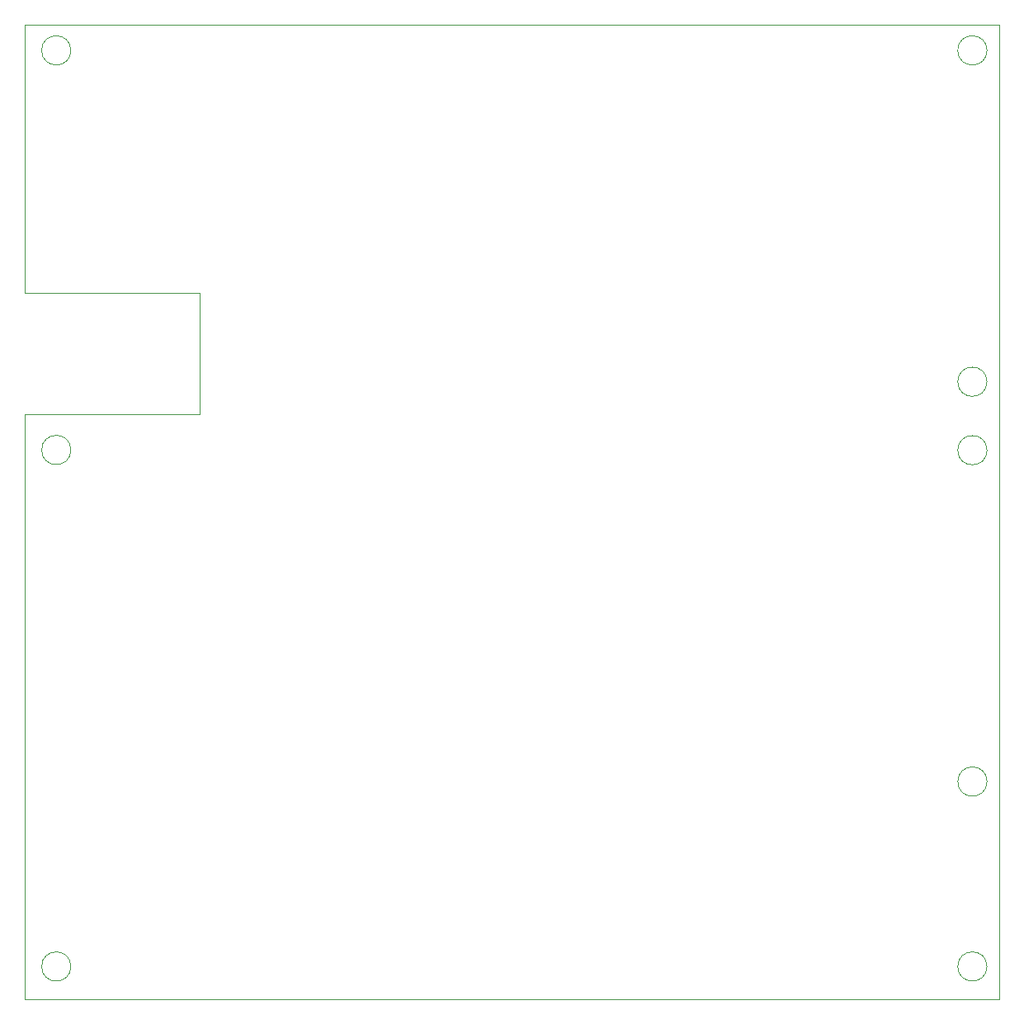
<source format=gbr>
G04 #@! TF.GenerationSoftware,KiCad,Pcbnew,5.1.5-52549c5~84~ubuntu18.04.1*
G04 #@! TF.CreationDate,2020-03-20T10:09:58+00:00*
G04 #@! TF.ProjectId,digiWave,64696769-5761-4766-952e-6b696361645f,rev?*
G04 #@! TF.SameCoordinates,Original*
G04 #@! TF.FileFunction,Profile,NP*
%FSLAX46Y46*%
G04 Gerber Fmt 4.6, Leading zero omitted, Abs format (unit mm)*
G04 Created by KiCad (PCBNEW 5.1.5-52549c5~84~ubuntu18.04.1) date 2020-03-20 10:09:58*
%MOMM*%
%LPD*%
G04 APERTURE LIST*
%ADD10C,0.050000*%
G04 APERTURE END LIST*
D10*
X214500000Y-151000000D02*
X214500000Y-51000000D01*
X114500000Y-151000000D02*
X214500000Y-151000000D01*
X114500000Y-91000000D02*
X114500000Y-151000000D01*
X132500000Y-91000000D02*
X114500000Y-91000000D01*
X132500000Y-78500000D02*
X132500000Y-91000000D01*
X114500000Y-78500000D02*
X132500000Y-78500000D01*
X114500000Y-51000000D02*
X114500000Y-78500000D01*
X214500000Y-51000000D02*
X114500000Y-51000000D01*
X213250000Y-94650000D02*
G75*
G03X213250000Y-94650000I-1500000J0D01*
G01*
X213250000Y-128650000D02*
G75*
G03X213250000Y-128650000I-1500000J0D01*
G01*
X119246000Y-94624000D02*
G75*
G03X119246000Y-94624000I-1500000J0D01*
G01*
X213246000Y-87624000D02*
G75*
G03X213246000Y-87624000I-1500000J0D01*
G01*
X213246000Y-147624000D02*
G75*
G03X213246000Y-147624000I-1500000J0D01*
G01*
X119246000Y-147624000D02*
G75*
G03X119246000Y-147624000I-1500000J0D01*
G01*
X119246000Y-53624000D02*
G75*
G03X119246000Y-53624000I-1500000J0D01*
G01*
X213246000Y-53624000D02*
G75*
G03X213246000Y-53624000I-1500000J0D01*
G01*
M02*

</source>
